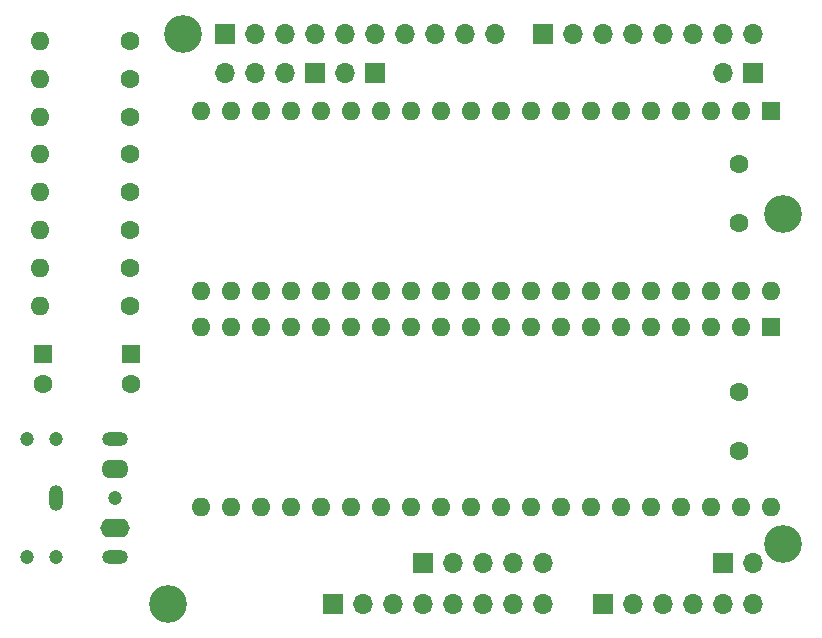
<source format=gbr>
%TF.GenerationSoftware,KiCad,Pcbnew,8.0.7*%
%TF.CreationDate,2025-09-11T19:41:31+01:00*%
%TF.ProjectId,ArduinoAY38910,41726475-696e-46f4-9159-33383931302e,rev?*%
%TF.SameCoordinates,Original*%
%TF.FileFunction,Soldermask,Bot*%
%TF.FilePolarity,Negative*%
%FSLAX46Y46*%
G04 Gerber Fmt 4.6, Leading zero omitted, Abs format (unit mm)*
G04 Created by KiCad (PCBNEW 8.0.7) date 2025-09-11 19:41:31*
%MOMM*%
%LPD*%
G01*
G04 APERTURE LIST*
%ADD10R,1.700000X1.700000*%
%ADD11O,1.700000X1.700000*%
%ADD12R,1.600000X1.600000*%
%ADD13C,1.600000*%
%ADD14O,1.600000X1.600000*%
%ADD15C,3.200000*%
%ADD16C,1.200000*%
%ADD17O,2.200000X1.200000*%
%ADD18O,2.300000X1.600000*%
%ADD19O,1.200000X2.200000*%
%ADD20O,2.500000X1.600000*%
G04 APERTURE END LIST*
D10*
%TO.C,J1*%
X127940000Y-97460000D03*
D11*
X130480000Y-97460000D03*
X133020000Y-97460000D03*
X135560000Y-97460000D03*
X138100000Y-97460000D03*
X140640000Y-97460000D03*
X143180000Y-97460000D03*
X145720000Y-97460000D03*
%TD*%
D10*
%TO.C,J3*%
X150800000Y-97460000D03*
D11*
X153340000Y-97460000D03*
X155880000Y-97460000D03*
X158420000Y-97460000D03*
X160960000Y-97460000D03*
X163500000Y-97460000D03*
%TD*%
D10*
%TO.C,J2*%
X118796000Y-49200000D03*
D11*
X121336000Y-49200000D03*
X123876000Y-49200000D03*
X126416000Y-49200000D03*
X128956000Y-49200000D03*
X131496000Y-49200000D03*
X134036000Y-49200000D03*
X136576000Y-49200000D03*
X139116000Y-49200000D03*
X141656000Y-49200000D03*
%TD*%
D10*
%TO.C,J4*%
X145720000Y-49200000D03*
D11*
X148260000Y-49200000D03*
X150800000Y-49200000D03*
X153340000Y-49200000D03*
X155880000Y-49200000D03*
X158420000Y-49200000D03*
X160960000Y-49200000D03*
X163500000Y-49200000D03*
%TD*%
D12*
%TO.C,C2*%
X110800000Y-76300000D03*
D13*
X110800000Y-78800000D03*
%TD*%
D10*
%TO.C,J9*%
X135560000Y-94000000D03*
D11*
X138100000Y-94000000D03*
X140640000Y-94000000D03*
X143180000Y-94000000D03*
X145720000Y-94000000D03*
%TD*%
D10*
%TO.C,J8*%
X160960000Y-94000000D03*
D11*
X163500000Y-94000000D03*
%TD*%
D10*
%TO.C,J10*%
X126416000Y-52500000D03*
D11*
X123876000Y-52500000D03*
X121336000Y-52500000D03*
X118796000Y-52500000D03*
%TD*%
D13*
%TO.C,R10*%
X110700000Y-69000000D03*
D14*
X103080000Y-69000000D03*
%TD*%
D13*
%TO.C,R1*%
X110700000Y-49800000D03*
D14*
X103080000Y-49800000D03*
%TD*%
D13*
%TO.C,R2*%
X110700000Y-53000000D03*
D14*
X103080000Y-53000000D03*
%TD*%
D12*
%TO.C,C1*%
X103400000Y-76300000D03*
D13*
X103400000Y-78800000D03*
%TD*%
D12*
%TO.C,U2*%
X165000000Y-74000000D03*
D14*
X162460000Y-74000000D03*
X159920000Y-74000000D03*
X157380000Y-74000000D03*
X154840000Y-74000000D03*
X152300000Y-74000000D03*
X149760000Y-74000000D03*
X147220000Y-74000000D03*
X144680000Y-74000000D03*
X142140000Y-74000000D03*
X139600000Y-74000000D03*
X137060000Y-74000000D03*
X134520000Y-74000000D03*
X131980000Y-74000000D03*
X129440000Y-74000000D03*
X126900000Y-74000000D03*
X124360000Y-74000000D03*
X121820000Y-74000000D03*
X119280000Y-74000000D03*
X116740000Y-74000000D03*
X116740000Y-89240000D03*
X119280000Y-89240000D03*
X121820000Y-89240000D03*
X124360000Y-89240000D03*
X126900000Y-89240000D03*
X129440000Y-89240000D03*
X131980000Y-89240000D03*
X134520000Y-89240000D03*
X137060000Y-89240000D03*
X139600000Y-89240000D03*
X142140000Y-89240000D03*
X144680000Y-89240000D03*
X147220000Y-89240000D03*
X149760000Y-89240000D03*
X152300000Y-89240000D03*
X154840000Y-89240000D03*
X157380000Y-89240000D03*
X159920000Y-89240000D03*
X162460000Y-89240000D03*
X165000000Y-89240000D03*
%TD*%
D12*
%TO.C,U1*%
X165000000Y-55750000D03*
D14*
X162460000Y-55750000D03*
X159920000Y-55750000D03*
X157380000Y-55750000D03*
X154840000Y-55750000D03*
X152300000Y-55750000D03*
X149760000Y-55750000D03*
X147220000Y-55750000D03*
X144680000Y-55750000D03*
X142140000Y-55750000D03*
X139600000Y-55750000D03*
X137060000Y-55750000D03*
X134520000Y-55750000D03*
X131980000Y-55750000D03*
X129440000Y-55750000D03*
X126900000Y-55750000D03*
X124360000Y-55750000D03*
X121820000Y-55750000D03*
X119280000Y-55750000D03*
X116740000Y-55750000D03*
X116740000Y-70990000D03*
X119280000Y-70990000D03*
X121820000Y-70990000D03*
X124360000Y-70990000D03*
X126900000Y-70990000D03*
X129440000Y-70990000D03*
X131980000Y-70990000D03*
X134520000Y-70990000D03*
X137060000Y-70990000D03*
X139600000Y-70990000D03*
X142140000Y-70990000D03*
X144680000Y-70990000D03*
X147220000Y-70990000D03*
X149760000Y-70990000D03*
X152300000Y-70990000D03*
X154840000Y-70990000D03*
X157380000Y-70990000D03*
X159920000Y-70990000D03*
X162460000Y-70990000D03*
X165000000Y-70990000D03*
%TD*%
D15*
%TO.C,MH1*%
X115240000Y-49200000D03*
%TD*%
D10*
%TO.C,J6*%
X163500000Y-52500000D03*
D11*
X160960000Y-52500000D03*
%TD*%
D13*
%TO.C,R8*%
X110700000Y-62600000D03*
D14*
X103080000Y-62600000D03*
%TD*%
D13*
%TO.C,C4*%
X162300000Y-79500000D03*
X162300000Y-84500000D03*
%TD*%
D16*
%TO.C,J5*%
X104480000Y-83500000D03*
X101980000Y-83500000D03*
X109480000Y-88500000D03*
X104480000Y-93500000D03*
X101980000Y-93500000D03*
D17*
X109480000Y-83500000D03*
D18*
X109480000Y-86000000D03*
D19*
X104480000Y-88500000D03*
D17*
X109480000Y-93500000D03*
D20*
X109480000Y-91000000D03*
%TD*%
D13*
%TO.C,R14*%
X110700000Y-72200000D03*
D14*
X103080000Y-72200000D03*
%TD*%
D13*
%TO.C,R7*%
X110700000Y-59400000D03*
D14*
X103080000Y-59400000D03*
%TD*%
D13*
%TO.C,R3*%
X110700000Y-56200000D03*
D14*
X103080000Y-56200000D03*
%TD*%
D15*
%TO.C,MH2*%
X113970000Y-97460000D03*
%TD*%
%TO.C,MH3*%
X166040000Y-64440000D03*
%TD*%
D13*
%TO.C,C3*%
X162300000Y-60250000D03*
X162300000Y-65250000D03*
%TD*%
D15*
%TO.C,MH4*%
X166040000Y-92380000D03*
%TD*%
D10*
%TO.C,J7*%
X131496000Y-52500000D03*
D11*
X128956000Y-52500000D03*
%TD*%
D13*
%TO.C,R9*%
X110700000Y-65800000D03*
D14*
X103080000Y-65800000D03*
%TD*%
M02*

</source>
